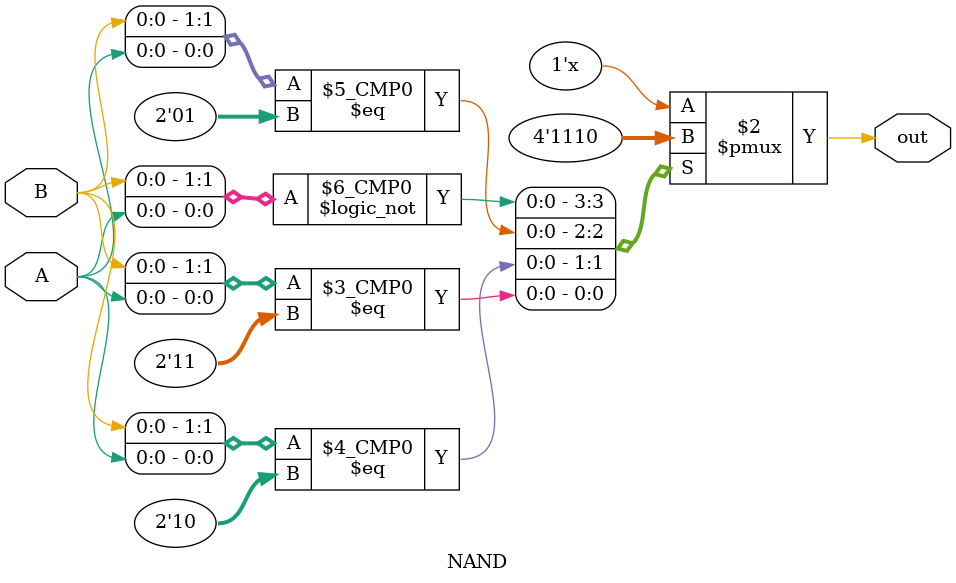
<source format=v>


module NAND(output out,input A,B);
always@(B,A)
 begin
  case({B,A})
   2'b00: {out} = 1'b1;
   2'b01: {out} = 1'b1;
   2'b10: {out} = 1'b1;
   2'b11: {out} = 1'b0;
  endcase
 end
endmodule


</source>
